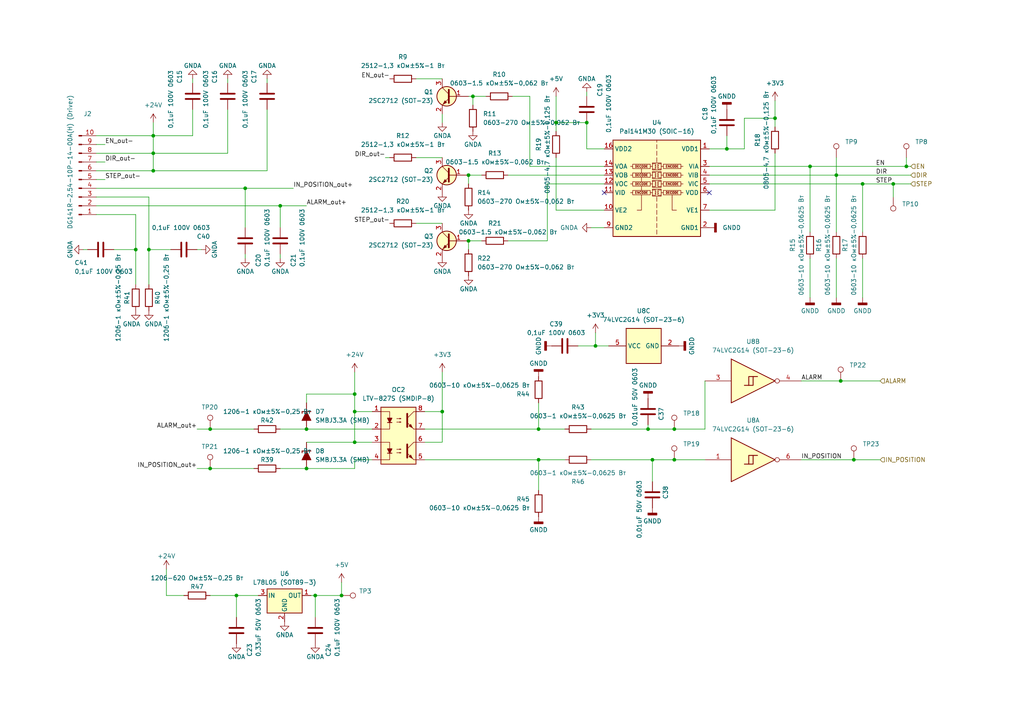
<source format=kicad_sch>
(kicad_sch (version 20231120) (generator "eeschema") (generator_version "8.0")
  (paper "A4")
  (lib_symbols
    (symbol "74xGxx:74LVC2G14"
      (property "Reference" "U" (at 0 7.62 0))
      (property "Value" "74LVC2G14" (at 2.54 -7.62 0))
      (symbol "74LVC2G14_1_1"
        (pin input line (at -15.24 0 0) (length 7.62) (name "~") (number "1"))
        (pin output inverted (at 12.7 0 180) (length 7.62) (name "~") (number "6"))
      )
      (symbol "74LVC2G14_2_1"
        (pin input line (at -15.24 0 0) (length 7.62) (name "~") (number "3"))
        (pin output inverted (at 12.7 0 180) (length 7.62) (name "~") (number "4"))
      )
      (symbol "74LVC2G14_3_1"
        (pin power_in line (at 0 -10.16 90) (length 5.08) (name "GND") (number "2"))
        (pin power_in line (at 0 10.16 270) (length 5.08) (name "VCC") (number "5"))
      )
    )
    (symbol "Connector:Conn_01x10_Pin" (pin_names (offset 1.016) hide)
      (property "Reference" "J" (at 0 12.7 0))
      (property "Value" "Conn_01x10_Pin" (at 0 -15.24 0))
      (symbol "Conn_01x10_Pin_1_1"
        (pin passive line (at 5.08 10.16 180) (length 3.81) (name "Pin_1") (number "1"))
        (pin passive line (at 5.08 -12.7 180) (length 3.81) (name "Pin_10") (number "10"))
        (pin passive line (at 5.08 7.62 180) (length 3.81) (name "Pin_2") (number "2"))
        (pin passive line (at 5.08 5.08 180) (length 3.81) (name "Pin_3") (number "3"))
        (pin passive line (at 5.08 2.54 180) (length 3.81) (name "Pin_4") (number "4"))
        (pin passive line (at 5.08 0 180) (length 3.81) (name "Pin_5") (number "5"))
        (pin passive line (at 5.08 -2.54 180) (length 3.81) (name "Pin_6") (number "6"))
        (pin passive line (at 5.08 -5.08 180) (length 3.81) (name "Pin_7") (number "7"))
        (pin passive line (at 5.08 -7.62 180) (length 3.81) (name "Pin_8") (number "8"))
        (pin passive line (at 5.08 -10.16 180) (length 3.81) (name "Pin_9") (number "9"))
      )
    )
    (symbol "Connector:TestPoint" (pin_numbers hide) (pin_names (offset 0.762) hide)
      (property "Reference" "TP" (at 0 6.858 0))
      (property "Value" "TestPoint" (at 0 5.08 0))
      (symbol "TestPoint_1_1"
        (pin passive line (at 0 0 90) (length 2.54) (name "1") (number "1"))
      )
    )
    (symbol "Device:C" (pin_numbers hide) (pin_names (offset 0.254))
      (property "Reference" "C" (at 0.635 2.54 0))
      (property "Value" "C" (at 0.635 -2.54 0))
      (symbol "C_1_1"
        (pin passive line (at 0 3.81 270) (length 2.794) (name "~") (number "1"))
        (pin passive line (at 0 -3.81 90) (length 2.794) (name "~") (number "2"))
      )
    )
    (symbol "Device:R" (pin_numbers hide) (pin_names (offset 0))
      (property "Reference" "R" (at 2.032 0 90))
      (property "Value" "R" (at 0 0 90))
      (symbol "R_1_1"
        (pin passive line (at 0 3.81 270) (length 1.27) (name "~") (number "1"))
        (pin passive line (at 0 -3.81 90) (length 1.27) (name "~") (number "2"))
      )
    )
    (symbol "Isolator:π141M3x"
      (property "Reference" "U" (at 0 19.05 0))
      (property "Value" "π141M3x" (at 0 16.51 0))
      (symbol "π141M3x_0_0"
        (text "DECODE" (at -4.445 0 0) (effects (font (size 0.635 0.635))))
        (text "DECODE" (at 4.445 2.54 0) (effects (font (size 0.635 0.635))))
        (text "DECODE" (at 4.445 5.08 0) (effects (font (size 0.635 0.635))))
        (text "DECODE" (at 4.445 7.62 0) (effects (font (size 0.635 0.635))))
        (text "ENCODE" (at -4.445 2.54 0) (effects (font (size 0.635 0.635))))
        (text "ENCODE" (at -4.445 5.08 0) (effects (font (size 0.635 0.635))))
        (text "ENCODE" (at -4.445 7.62 0) (effects (font (size 0.635 0.635))))
        (text "ENCODE" (at 4.445 0 0) (effects (font (size 0.635 0.635))))
      )
      (symbol "π141M3x_1_1"
        (pin power_in line (at -15.24 12.7 0) (length 2.54) (name "VDD1") (number "1"))
        (pin input line (at 15.24 -5.08 180) (length 2.54) (name "VE2") (number "10"))
        (pin input line (at 15.24 0 180) (length 2.54) (name "VID") (number "11"))
        (pin output line (at 15.24 2.54 180) (length 2.54) (name "VOC") (number "12"))
        (pin output line (at 15.24 5.08 180) (length 2.54) (name "VOB") (number "13"))
        (pin output line (at 15.24 7.62 180) (length 2.54) (name "VOA") (number "14"))
        (pin passive line (at 15.24 -10.16 180) (length 2.54) hide (name "GND2") (number "15"))
        (pin power_in line (at 15.24 12.7 180) (length 2.54) (name "VDD2") (number "16"))
        (pin power_in line (at -15.24 -10.16 0) (length 2.54) (name "GND1") (number "2"))
        (pin input line (at -15.24 7.62 0) (length 2.54) (name "VIA") (number "3"))
        (pin input line (at -15.24 5.08 0) (length 2.54) (name "VIB") (number "4"))
        (pin input line (at -15.24 2.54 0) (length 2.54) (name "VIC") (number "5"))
        (pin output line (at -15.24 0 0) (length 2.54) (name "VOD") (number "6"))
        (pin input line (at -15.24 -5.08 0) (length 2.54) (name "VE1") (number "7"))
        (pin passive line (at -15.24 -10.16 0) (length 2.54) hide (name "GND1") (number "8"))
        (pin power_in line (at 15.24 -10.16 180) (length 2.54) (name "GND2") (number "9"))
      )
    )
    (symbol "PCM_4ms_Power-symbol:+5V" (power) (pin_numbers hide) (pin_names (offset 0) hide)
      (property "Value" "+5V" (at 0 3.556 0))
      (symbol "+5V_1_1"
        (pin power_in line (at 0 0 90) (length 0) hide (name "+5V") (number "1"))
      )
    )
    (symbol "PCM_4ms_Power-symbol:GNDA" (power) (pin_numbers hide) (pin_names (offset 0) hide)
      (property "Value" "GNDA" (at 0 -3.81 0))
      (symbol "GNDA_1_1"
        (pin power_in line (at 0 0 270) (length 0) hide (name "GNDA") (number "1"))
      )
    )
    (symbol "PCM_Diode_TVS_AKL:SMBJ5.0A" (pin_numbers hide) (pin_names (offset 1.016) hide)
      (property "Reference" "D" (at 0 5.08 0))
      (property "Value" "SMBJ5.0A" (at 0 2.54 0))
      (symbol "SMBJ5.0A_1_1"
        (pin passive line (at 3.81 0 180) (length 2.54) (name "K") (number "1"))
        (pin passive line (at -3.81 0 0) (length 2.54) (name "A") (number "2"))
      )
    )
    (symbol "PCM_Optocoupler_AKL:LTV-827S" (pin_names (offset 1.016))
      (property "Reference" "OC" (at -5.08 8.89 0))
      (property "Value" "LTV-827S" (at -5.08 6.35 0))
      (symbol "LTV-827S_1_1"
        (pin passive line (at -7.62 2.54 0) (length 2.54) (name "~") (number "1"))
        (pin passive line (at -7.62 -2.54 0) (length 2.54) (name "~") (number "2"))
        (pin passive line (at -7.62 -6.35 0) (length 2.54) (name "~") (number "3"))
        (pin passive line (at -7.62 -11.43 0) (length 2.54) (name "~") (number "4"))
        (pin passive line (at 7.62 -11.43 180) (length 2.54) (name "~") (number "5"))
        (pin passive line (at 7.62 -6.35 180) (length 2.54) (name "~") (number "6"))
        (pin passive line (at 7.62 -2.54 180) (length 2.54) (name "~") (number "7"))
        (pin passive line (at 7.62 2.54 180) (length 2.54) (name "~") (number "8"))
      )
    )
    (symbol "PCM_Transistor_BJT_AKL:2SC2713" (pin_names hide)
      (property "Reference" "Q" (at 5.08 1.27 0))
      (property "Value" "2SC2713" (at 5.08 -1.27 0))
      (symbol "2SC2713_1_1"
        (pin input line (at -5.08 0 0) (length 5.715) (name "B") (number "1"))
        (pin passive line (at 2.54 -5.08 90) (length 2.54) (name "E") (number "2"))
        (pin passive line (at 2.54 5.08 270) (length 2.54) (name "C") (number "3"))
      )
    )
    (symbol "Regulator_Linear:L78L05_SOT89" (pin_names (offset 0.254))
      (property "Reference" "U" (at -3.81 3.175 0))
      (property "Value" "L78L05_SOT89" (at -0.635 3.175 0))
      (symbol "L78L05_SOT89_1_1"
        (pin power_out line (at 7.62 0 180) (length 2.54) (name "OUT") (number "1"))
        (pin power_in line (at 0 -7.62 90) (length 2.54) (name "GND") (number "2"))
        (pin power_in line (at -7.62 0 0) (length 2.54) (name "IN") (number "3"))
      )
    )
    (symbol "power:+24V" (power) (pin_numbers hide) (pin_names (offset 0) hide)
      (property "Value" "+24V" (at 0 3.556 0))
      (symbol "+24V_1_1"
        (pin power_in line (at 0 0 90) (length 0) hide (name "+24V") (number "1"))
      )
    )
    (symbol "power:+3V3" (power) (pin_numbers hide) (pin_names (offset 0) hide)
      (property "Value" "+3V3" (at 0 3.556 0))
      (symbol "+3V3_1_1"
        (pin power_in line (at 0 0 90) (length 0) hide (name "+3V3") (number "1"))
      )
    )
    (symbol "power:GNDD" (power) (pin_numbers hide) (pin_names (offset 0) hide)
      (property "Value" "GNDD" (at 0 -3.175 0))
      (symbol "GNDD_1_1"
        (pin power_in line (at 0 0 270) (length 0) hide (name "GNDD") (number "1"))
      )
    )
  )
  (junction (at 250.19 53.34))
  (junction (at 189.23 133.35))
  (junction (at 259.08 53.34))
  (junction (at 262.89 48.26))
  (junction (at 242.57 50.8))
  (junction (at 39.37 72.39))
  (junction (at 68.58 172.72))
  (junction (at 44.45 44.45))
  (junction (at 135.89 69.85))
  (junction (at 137.16 27.94))
  (junction (at 102.87 128.27))
  (junction (at 102.87 114.3))
  (junction (at 156.21 133.35))
  (junction (at 128.27 119.38))
  (junction (at 91.44 172.72))
  (junction (at 195.58 124.46))
  (junction (at 88.9 124.46))
  (junction (at 187.96 124.46))
  (junction (at 43.18 72.39))
  (junction (at 71.12 54.61))
  (junction (at 44.45 49.53))
  (junction (at 234.95 48.26))
  (junction (at 224.79 34.29))
  (junction (at 81.28 59.69))
  (junction (at 243.84 110.49))
  (junction (at 172.72 100.33))
  (junction (at 44.45 39.37))
  (junction (at 247.65 133.35))
  (junction (at 102.87 119.38))
  (junction (at 156.21 124.46))
  (junction (at 60.96 124.46))
  (junction (at 195.58 133.35))
  (junction (at 161.29 35.56))
  (junction (at 88.9 135.89))
  (junction (at 170.18 35.56))
  (junction (at 99.06 172.72))
  (junction (at 60.96 135.89))
  (junction (at 135.89 50.8))
  (junction (at 210.82 43.18))
  (no_connect (at 205.74 55.88))
  (no_connect (at 175.26 55.88))
  (wire (pts (xy 147.32 50.8) (xy 175.26 50.8)))
  (wire (pts (xy 153.67 27.94) (xy 148.59 27.94)))
  (wire (pts (xy 242.57 86.36) (xy 242.57 74.93)))
  (wire (pts (xy 205.74 48.26) (xy 234.95 48.26)))
  (wire (pts (xy 88.9 128.27) (xy 102.87 128.27)))
  (wire (pts (xy 210.82 43.18) (xy 210.82 39.37)))
  (wire (pts (xy 139.7 50.8) (xy 135.89 50.8)))
  (wire (pts (xy 44.45 39.37) (xy 44.45 44.45)))
  (wire (pts (xy 264.16 53.34) (xy 259.08 53.34)))
  (wire (pts (xy 24.13 72.39) (xy 25.4 72.39)))
  (wire (pts (xy 170.18 43.18) (xy 175.26 43.18)))
  (wire (pts (xy 81.28 74.93) (xy 81.28 73.66)))
  (wire (pts (xy 91.44 179.07) (xy 91.44 172.72)))
  (wire (pts (xy 91.44 172.72) (xy 99.06 172.72)))
  (wire (pts (xy 43.18 57.15) (xy 43.18 72.39)))
  (wire (pts (xy 99.06 172.72) (xy 99.06 168.91)))
  (wire (pts (xy 175.26 53.34) (xy 158.75 53.34)))
  (wire (pts (xy 156.21 116.84) (xy 156.21 124.46)))
  (wire (pts (xy 215.9 43.18) (xy 215.9 34.29)))
  (wire (pts (xy 205.74 50.8) (xy 242.57 50.8)))
  (wire (pts (xy 170.18 26.67) (xy 170.18 27.94)))
  (wire (pts (xy 205.74 43.18) (xy 210.82 43.18)))
  (wire (pts (xy 81.28 124.46) (xy 88.9 124.46)))
  (wire (pts (xy 39.37 62.23) (xy 39.37 72.39)))
  (wire (pts (xy 44.45 44.45) (xy 44.45 49.53)))
  (wire (pts (xy 171.45 133.35) (xy 189.23 133.35)))
  (wire (pts (xy 102.87 114.3) (xy 102.87 119.38)))
  (wire (pts (xy 88.9 114.3) (xy 102.87 114.3)))
  (wire (pts (xy 242.57 50.8) (xy 264.16 50.8)))
  (wire (pts (xy 204.47 110.49) (xy 204.47 124.46)))
  (wire (pts (xy 247.65 133.35) (xy 255.27 133.35)))
  (wire (pts (xy 234.95 86.36) (xy 234.95 74.93)))
  (wire (pts (xy 120.65 22.86) (xy 128.27 22.86)))
  (wire (pts (xy 81.28 59.69) (xy 27.94 59.69)))
  (wire (pts (xy 128.27 33.02) (xy 128.27 35.56)))
  (wire (pts (xy 172.72 96.52) (xy 172.72 100.33)))
  (wire (pts (xy 171.45 66.04) (xy 175.26 66.04)))
  (wire (pts (xy 171.45 124.46) (xy 187.96 124.46)))
  (wire (pts (xy 27.94 44.45) (xy 44.45 44.45)))
  (wire (pts (xy 170.18 43.18) (xy 170.18 35.56)))
  (wire (pts (xy 27.94 57.15) (xy 43.18 57.15)))
  (wire (pts (xy 161.29 35.56) (xy 161.29 27.94)))
  (wire (pts (xy 156.21 133.35) (xy 163.83 133.35)))
  (wire (pts (xy 161.29 38.1) (xy 161.29 35.56)))
  (wire (pts (xy 232.41 133.35) (xy 247.65 133.35)))
  (wire (pts (xy 43.18 72.39) (xy 43.18 82.55)))
  (wire (pts (xy 102.87 107.95) (xy 102.87 114.3)))
  (wire (pts (xy 102.87 133.35) (xy 107.95 133.35)))
  (wire (pts (xy 81.28 59.69) (xy 81.28 66.04)))
  (wire (pts (xy 250.19 53.34) (xy 259.08 53.34)))
  (wire (pts (xy 264.16 48.26) (xy 262.89 48.26)))
  (wire (pts (xy 215.9 34.29) (xy 224.79 34.29)))
  (wire (pts (xy 234.95 48.26) (xy 262.89 48.26)))
  (wire (pts (xy 71.12 74.93) (xy 71.12 73.66)))
  (wire (pts (xy 55.88 39.37) (xy 44.45 39.37)))
  (wire (pts (xy 27.94 62.23) (xy 39.37 62.23)))
  (wire (pts (xy 66.04 22.86) (xy 66.04 24.13)))
  (wire (pts (xy 74.93 172.72) (xy 68.58 172.72)))
  (wire (pts (xy 161.29 60.96) (xy 161.29 45.72)))
  (wire (pts (xy 68.58 172.72) (xy 68.58 179.07)))
  (wire (pts (xy 90.17 172.72) (xy 91.44 172.72)))
  (wire (pts (xy 189.23 133.35) (xy 195.58 133.35)))
  (wire (pts (xy 58.42 72.39) (xy 57.15 72.39)))
  (wire (pts (xy 128.27 119.38) (xy 128.27 107.95)))
  (wire (pts (xy 77.47 49.53) (xy 44.45 49.53)))
  (wire (pts (xy 224.79 44.45) (xy 224.79 60.96)))
  (wire (pts (xy 224.79 29.21) (xy 224.79 34.29)))
  (wire (pts (xy 172.72 100.33) (xy 176.53 100.33)))
  (wire (pts (xy 135.89 27.94) (xy 137.16 27.94)))
  (wire (pts (xy 120.65 64.77) (xy 128.27 64.77)))
  (wire (pts (xy 234.95 48.26) (xy 234.95 67.31)))
  (wire (pts (xy 242.57 45.72) (xy 242.57 50.8)))
  (wire (pts (xy 111.76 45.72) (xy 113.03 45.72)))
  (wire (pts (xy 77.47 22.86) (xy 77.47 24.13)))
  (wire (pts (xy 158.75 69.85) (xy 147.32 69.85)))
  (wire (pts (xy 107.95 119.38) (xy 102.87 119.38)))
  (wire (pts (xy 167.64 100.33) (xy 172.72 100.33)))
  (wire (pts (xy 43.18 72.39) (xy 49.53 72.39)))
  (wire (pts (xy 232.41 110.49) (xy 243.84 110.49)))
  (wire (pts (xy 161.29 35.56) (xy 170.18 35.56)))
  (wire (pts (xy 123.19 119.38) (xy 128.27 119.38)))
  (wire (pts (xy 120.65 45.72) (xy 128.27 45.72)))
  (wire (pts (xy 27.94 39.37) (xy 44.45 39.37)))
  (wire (pts (xy 53.34 172.72) (xy 48.26 172.72)))
  (wire (pts (xy 204.47 124.46) (xy 195.58 124.46)))
  (wire (pts (xy 88.9 124.46) (xy 107.95 124.46)))
  (wire (pts (xy 60.96 124.46) (xy 73.66 124.46)))
  (wire (pts (xy 139.7 69.85) (xy 135.89 69.85)))
  (wire (pts (xy 44.45 35.56) (xy 44.45 39.37)))
  (wire (pts (xy 259.08 57.15) (xy 259.08 53.34)))
  (wire (pts (xy 107.95 128.27) (xy 102.87 128.27)))
  (wire (pts (xy 39.37 72.39) (xy 39.37 82.55)))
  (wire (pts (xy 55.88 31.75) (xy 55.88 39.37)))
  (wire (pts (xy 60.96 135.89) (xy 73.66 135.89)))
  (wire (pts (xy 195.58 133.35) (xy 204.47 133.35)))
  (wire (pts (xy 33.02 72.39) (xy 39.37 72.39)))
  (wire (pts (xy 224.79 36.83) (xy 224.79 34.29)))
  (wire (pts (xy 153.67 48.26) (xy 153.67 27.94)))
  (wire (pts (xy 71.12 54.61) (xy 71.12 66.04)))
  (wire (pts (xy 242.57 50.8) (xy 242.57 67.31)))
  (wire (pts (xy 137.16 27.94) (xy 140.97 27.94)))
  (wire (pts (xy 123.19 124.46) (xy 156.21 124.46)))
  (wire (pts (xy 88.9 135.89) (xy 102.87 135.89)))
  (wire (pts (xy 128.27 128.27) (xy 128.27 119.38)))
  (wire (pts (xy 57.15 124.46) (xy 60.96 124.46)))
  (wire (pts (xy 210.82 43.18) (xy 215.9 43.18)))
  (wire (pts (xy 135.89 53.34) (xy 135.89 50.8)))
  (wire (pts (xy 161.29 60.96) (xy 175.26 60.96)))
  (wire (pts (xy 71.12 54.61) (xy 85.09 54.61)))
  (wire (pts (xy 88.9 59.69) (xy 81.28 59.69)))
  (wire (pts (xy 250.19 53.34) (xy 250.19 67.31)))
  (wire (pts (xy 66.04 44.45) (xy 44.45 44.45)))
  (wire (pts (xy 27.94 46.99) (xy 30.48 46.99)))
  (wire (pts (xy 250.19 86.36) (xy 250.19 74.93)))
  (wire (pts (xy 243.84 110.49) (xy 255.27 110.49)))
  (wire (pts (xy 102.87 135.89) (xy 102.87 133.35)))
  (wire (pts (xy 158.75 53.34) (xy 158.75 69.85)))
  (wire (pts (xy 55.88 22.86) (xy 55.88 24.13)))
  (wire (pts (xy 137.16 30.48) (xy 137.16 27.94)))
  (wire (pts (xy 135.89 72.39) (xy 135.89 69.85)))
  (wire (pts (xy 30.48 41.91) (xy 27.94 41.91)))
  (wire (pts (xy 156.21 142.24) (xy 156.21 133.35)))
  (wire (pts (xy 77.47 31.75) (xy 77.47 49.53)))
  (wire (pts (xy 175.26 48.26) (xy 153.67 48.26)))
  (wire (pts (xy 27.94 49.53) (xy 44.45 49.53)))
  (wire (pts (xy 68.58 172.72) (xy 60.96 172.72)))
  (wire (pts (xy 205.74 53.34) (xy 250.19 53.34)))
  (wire (pts (xy 88.9 116.84) (xy 88.9 114.3)))
  (wire (pts (xy 123.19 128.27) (xy 128.27 128.27)))
  (wire (pts (xy 66.04 31.75) (xy 66.04 44.45)))
  (wire (pts (xy 187.96 123.19) (xy 187.96 124.46)))
  (wire (pts (xy 102.87 128.27) (xy 102.87 119.38)))
  (wire (pts (xy 81.28 135.89) (xy 88.9 135.89)))
  (wire (pts (xy 123.19 133.35) (xy 156.21 133.35)))
  (wire (pts (xy 187.96 124.46) (xy 195.58 124.46)))
  (wire (pts (xy 189.23 133.35) (xy 189.23 139.7)))
  (wire (pts (xy 30.48 52.07) (xy 27.94 52.07)))
  (wire (pts (xy 48.26 172.72) (xy 48.26 165.1)))
  (wire (pts (xy 156.21 124.46) (xy 163.83 124.46)))
  (wire (pts (xy 57.15 135.89) (xy 60.96 135.89)))
  (wire (pts (xy 205.74 60.96) (xy 224.79 60.96)))
  (wire (pts (xy 262.89 48.26) (xy 262.89 45.72)))
  (wire (pts (xy 27.94 54.61) (xy 71.12 54.61)))
  (label "EN_out-" (at 30.48 41.91 0))
  (label "IN_POSITION" (at 232.41 133.35 0))
  (label "IN_POSITION_out+" (at 85.09 54.61 0))
  (label "DIR" (at 254 50.8 0))
  (label "ALARM_out+" (at 57.15 124.46 180))
  (label "ALARM_out+" (at 88.9 59.69 0))
  (label "EN_out-" (at 113.03 22.86 180))
  (label "DIR_out-" (at 111.76 45.72 180))
  (label "STEP_out-" (at 113.03 64.77 180))
  (label "EN" (at 254 48.26 0))
  (label "IN_POSITION_out+" (at 57.15 135.89 180))
  (label "DIR_out-" (at 30.48 46.99 0))
  (label "STEP_out-" (at 30.48 52.07 0))
  (label "STEP" (at 254 53.34 0))
  (label "ALARM" (at 232.41 110.49 0))
  (hierarchical_label "EN" (shape input) (at 264.16 48.26 0))
  (hierarchical_label "IN_POSITION" (shape input) (at 255.27 133.35 0))
  (hierarchical_label "DIR" (shape input) (at 264.16 50.8 0))
  (hierarchical_label "STEP" (shape input) (at 264.16 53.34 0))
  (hierarchical_label "ALARM" (shape input) (at 255.27 110.49 0))
  (symbol (lib_id "PCM_4ms_Power-symbol:GNDA") (at 128.27 55.88 0) (unit 1)
    (property "Reference" "#PWR031" (effects (hide yes)))
    (property "Value" "GNDA" (at 128.27 59.69 0))
    (instances (project "step_motor_board" (path "" (reference "#PWR031") (unit 1))) (project "Плата фото светодиоды" (path "" (reference "#PWR03") (unit 1))))
  )
  (symbol (lib_id "74xGxx:74LVC2G14") (at 219.71 133.35 0) (unit 1)
    (property "Reference" "U8" (at 218.44 121.92 0))
    (property "Value" "74LVC2G14 (SOT-23-6)" (at 218.44 124.46 0))
    (property "Footprint" "Package_TO_SOT_SMD:SOT-23-6" (effects (hide yes)))
    (property "Datasheet" "https://www.ti.com/lit/ds/symlink/sn74lvc2g14.pdf" (effects (hide yes)))
  )
  (symbol (lib_id "Connector:TestPoint") (at 242.57 45.72 0) (unit 1) (in_bom no)
    (property "Reference" "TP9" (at 245.11 41.148 0) (effects (justify left)))
    (property "Value" "TestPoint" (effects (hide yes)))
    (property "Footprint" "TestPoint:TestPoint_Pad_D1.0mm" (effects (hide yes)))
  )
  (symbol (lib_id "Device:R") (at 234.95 71.12 180) (unit 1)
    (property "Reference" "R15" (at 229.87 71.12 90))
    (property "Value" "0603-10 кОм±5%-0,0625 Вт" (at 232.41 71.12 90))
    (property "Footprint" "Resistor_SMD:R_0603_1608Metric" (effects (hide yes)))
  )
  (symbol (lib_id "power:GNDD") (at 156.21 109.22 180) (unit 1)
    (property "Reference" "#PWR092" (effects (hide yes)))
    (property "Value" "GNDD" (at 156.21 105.41 0))
  )
  (symbol (lib_id "Device:R") (at 161.29 41.91 0) (mirror y) (unit 1)
    (property "Reference" "R19" (at 156.21 41.91 90))
    (property "Value" "0805-4,7 кОм±5%-0,125 Вт" (at 158.75 41.91 90))
    (property "Footprint" "Resistor_SMD:R_0805_2012Metric" (effects (hide yes)))
  )
  (symbol (lib_id "power:GNDD") (at 196.85 100.33 90) (unit 1)
    (property "Reference" "#PWR097" (effects (hide yes)))
    (property "Value" "GNDD" (at 200.66 100.33 0))
  )
  (symbol (lib_id "Device:C") (at 68.58 182.88 0) (unit 1)
    (property "Reference" "C23" (at 72.39 190.5 90) (effects (justify left)))
    (property "Value" "0,33uF 50V 0603" (at 74.93 190.5 90) (effects (justify left)))
    (property "Footprint" "Capacitor_SMD:C_0603_1608Metric" (effects (hide yes)))
  )
  (symbol (lib_id "Device:C") (at 170.18 31.75 0) (mirror x) (unit 1)
    (property "Reference" "C19" (at 173.99 24.13 90) (effects (justify left)))
    (property "Value" "0,1uF 100V 0603" (at 176.53 21.59 90) (effects (justify left)))
    (property "Footprint" "Capacitor_SMD:C_0603_1608Metric" (effects (hide yes)))
  )
  (symbol (lib_id "PCM_Optocoupler_AKL:LTV-827S") (at 115.57 121.92 0) (unit 1)
    (property "Reference" "OC2" (at 115.57 113.03 0))
    (property "Value" "LTV-827S (SMDIP-8)" (at 115.57 115.57 0))
    (property "Footprint" "Package_DIP:SMDIP-8_W9.53mm" (effects (hide yes)))
    (property "Datasheet" "https://www.tme.eu/Document/a61fa6281e0999c0269f179efa854202/LTV-817S-TA1.pdf" (effects (hide yes)))
  )
  (symbol (lib_id "PCM_4ms_Power-symbol:GNDA") (at 55.88 22.86 180) (unit 1)
    (property "Reference" "#PWR023" (effects (hide yes)))
    (property "Value" "GNDA" (at 55.88 19.05 0))
    (instances (project "step_motor_board" (path "" (reference "#PWR023") (unit 1))) (project "Плата фото светодиоды" (path "" (reference "#PWR03") (unit 1))))
  )
  (symbol (lib_id "Device:R") (at 224.79 40.64 0) (mirror y) (unit 1)
    (property "Reference" "R18" (at 219.71 40.64 90))
    (property "Value" "0805-4,7 кОм±5%-0,125 Вт" (at 222.25 40.64 90))
    (property "Footprint" "Resistor_SMD:R_0805_2012Metric" (effects (hide yes)))
  )
  (symbol (lib_id "PCM_Diode_TVS_AKL:SMBJ5.0A") (at 88.9 120.65 90) (unit 1)
    (property "Reference" "D7" (at 91.44 119.38 90) (effects (justify right)))
    (property "Value" "SMBJ3.3A (SMB)" (at 91.44 121.92 90) (effects (justify right)))
    (property "Footprint" "Diode_SMD:D_SMB" (effects (hide yes)))
    (property "Datasheet" "https://www.tme.eu/Document/0b6222bec7e12d83185b51d73cb6a54d/SMBJ_ser.pdf" (effects (hide yes)))
  )
  (symbol (lib_id "power:+3V3") (at 128.27 107.95 0) (unit 1)
    (property "Reference" "#PWR090" (effects (hide yes)))
    (property "Value" "+3V3" (at 128.27 102.87 0))
  )
  (symbol (lib_id "Device:C") (at 53.34 72.39 90) (unit 1)
    (property "Reference" "C40" (at 60.96 68.58 90) (effects (justify left)))
    (property "Value" "0,1uF 100V 0603" (at 60.96 66.04 90) (effects (justify left)))
    (property "Footprint" "Capacitor_SMD:C_0603_1608Metric" (effects (hide yes)))
  )
  (symbol (lib_id "power:+24V") (at 48.26 165.1 0) (unit 1)
    (property "Reference" "#PWR059" (effects (hide yes)))
    (property "Value" "+24V" (at 48.26 161.29 0))
  )
  (symbol (lib_id "Device:R") (at 242.57 71.12 180) (unit 1)
    (property "Reference" "R16" (at 237.49 71.12 90))
    (property "Value" "0603-10 кОм±5%-0,0625 Вт" (at 240.03 71.12 90))
    (property "Footprint" "Resistor_SMD:R_0603_1608Metric" (effects (hide yes)))
  )
  (symbol (lib_id "power:GNDD") (at 187.96 115.57 180) (unit 1)
    (property "Reference" "#PWR091" (effects (hide yes)))
    (property "Value" "GNDD" (at 187.96 111.76 0))
  )
  (symbol (lib_id "74xGxx:74LVC2G14") (at 219.71 110.49 0) (unit 2)
    (property "Reference" "U8" (at 218.44 99.06 0))
    (property "Value" "74LVC2G14 (SOT-23-6)" (at 218.44 101.6 0))
    (property "Footprint" "Package_TO_SOT_SMD:SOT-23-6" (effects (hide yes)))
    (property "Datasheet" "https://www.ti.com/lit/ds/symlink/sn74lvc2g14.pdf" (effects (hide yes)))
  )
  (symbol (lib_id "Connector:TestPoint") (at 195.58 124.46 0) (unit 1) (in_bom no)
    (property "Reference" "TP18" (at 198.12 119.888 0) (effects (justify left)))
    (property "Value" "TestPoint" (effects (hide yes)))
    (property "Footprint" "TestPoint:TestPoint_Pad_D1.0mm" (effects (hide yes)))
  )
  (symbol (lib_id "Device:R") (at 143.51 50.8 90) (unit 1)
    (property "Reference" "R13" (at 143.51 44.45 90))
    (property "Value" "0603-1.5 кОм±5%-0,062 Вт" (at 143.51 46.99 90))
    (property "Footprint" "Resistor_SMD:R_0603_1608Metric" (effects (hide yes)))
  )
  (symbol (lib_id "Device:R") (at 77.47 124.46 270) (unit 1)
    (property "Reference" "R42" (at 77.47 121.92 90))
    (property "Value" "1206-1 кОм±5%-0,25 Вт" (at 77.47 119.38 90))
    (property "Footprint" "Resistor_SMD:R_1206_3216Metric" (effects (hide yes)))
  )
  (symbol (lib_id "PCM_Diode_TVS_AKL:SMBJ5.0A") (at 88.9 132.08 90) (unit 1)
    (property "Reference" "D8" (at 91.44 130.81 90) (effects (justify right)))
    (property "Value" "SMBJ3.3A (SMB)" (at 91.44 133.35 90) (effects (justify right)))
    (property "Footprint" "Diode_SMD:D_SMB" (effects (hide yes)))
    (property "Datasheet" "https://www.tme.eu/Document/0b6222bec7e12d83185b51d73cb6a54d/SMBJ_ser.pdf" (effects (hide yes)))
  )
  (symbol (lib_id "PCM_4ms_Power-symbol:GNDA") (at 82.55 180.34 0) (unit 1)
    (property "Reference" "#PWR063" (effects (hide yes)))
    (property "Value" "GNDA" (at 82.55 184.15 0))
    (instances (project "step_motor_board" (path "" (reference "#PWR063") (unit 1))) (project "Плата фото светодиоды" (path "" (reference "#PWR03") (unit 1))))
  )
  (symbol (lib_id "Device:R") (at 156.21 146.05 0) (mirror y) (unit 1)
    (property "Reference" "R45" (at 153.67 144.78 0) (effects (justify left)))
    (property "Value" "0603-10 кОм±5%-0,0625 Вт" (at 153.67 147.32 0) (effects (justify left)))
    (property "Footprint" "Resistor_SMD:R_0603_1608Metric" (effects (hide yes)))
  )
  (symbol (lib_id "Device:C") (at 66.04 27.94 180) (unit 1)
    (property "Reference" "C16" (at 62.23 20.32 90) (effects (justify left)))
    (property "Value" "0,1uF 100V 0603" (at 59.69 20.32 90) (effects (justify left)))
    (property "Footprint" "Capacitor_SMD:C_0603_1608Metric" (effects (hide yes)))
  )
  (symbol (lib_id "Device:C") (at 163.83 100.33 90) (unit 1)
    (property "Reference" "C39" (at 161.29 93.98 90))
    (property "Value" "0,1uF 100V 0603" (at 161.29 96.52 90))
    (property "Footprint" "Capacitor_SMD:C_0603_1608Metric" (effects (hide yes)))
  )
  (symbol (lib_id "power:GNDD") (at 189.23 147.32 0) (mirror y) (unit 1)
    (property "Reference" "#PWR093" (effects (hide yes)))
    (property "Value" "GNDD" (at 189.23 151.13 0))
  )
  (symbol (lib_id "Connector:TestPoint") (at 259.08 57.15 180) (unit 1) (in_bom no)
    (property "Reference" "TP10" (at 261.62 59.182 0) (effects (justify right)))
    (property "Value" "TestPoint" (effects (hide yes)))
    (property "Footprint" "TestPoint:TestPoint_Pad_D1.0mm" (effects (hide yes)))
  )
  (symbol (lib_id "PCM_4ms_Power-symbol:GNDA") (at 39.37 90.17 0) (unit 1)
    (property "Reference" "#PWR0101" (effects (hide yes)))
    (property "Value" "GNDA" (at 35.56 93.98 0) (effects (justify left)))
  )
  (symbol (lib_id "PCM_4ms_Power-symbol:+5V") (at 161.29 27.94 0) (mirror y) (unit 1)
    (property "Reference" "#PWR052" (effects (hide yes)))
    (property "Value" "+5V" (at 161.29 22.86 0))
  )
  (symbol (lib_id "Connector:TestPoint") (at 243.84 110.49 0) (unit 1) (in_bom no)
    (property "Reference" "TP22" (at 246.38 105.918 0) (effects (justify left)))
    (property "Value" "TestPoint" (effects (hide yes)))
    (property "Footprint" "TestPoint:TestPoint_Pad_D1.0mm" (effects (hide yes)))
  )
  (symbol (lib_id "PCM_4ms_Power-symbol:GNDA") (at 77.47 22.86 180) (unit 1)
    (property "Reference" "#PWR025" (effects (hide yes)))
    (property "Value" "GNDA" (at 77.47 19.05 0))
    (instances (project "step_motor_board" (path "" (reference "#PWR025") (unit 1))) (project "Плата фото светодиоды" (path "" (reference "#PWR03") (unit 1))))
  )
  (symbol (lib_id "power:GNDD") (at 160.02 100.33 270) (unit 1)
    (property "Reference" "#PWR098" (effects (hide yes)))
    (property "Value" "GNDD" (at 156.21 100.33 0))
  )
  (symbol (lib_id "Device:R") (at 167.64 133.35 90) (mirror x) (unit 1)
    (property "Reference" "R46" (at 167.64 139.7 90))
    (property "Value" "0603-1 кОм±5%-0,0625 Вт" (at 167.64 137.16 90))
    (property "Footprint" "Resistor_SMD:R_0603_1608Metric" (effects (hide yes)))
  )
  (symbol (lib_id "Connector:TestPoint") (at 99.06 172.72 270) (unit 1) (in_bom no)
    (property "Reference" "TP3" (at 104.14 171.45 90) (effects (justify left)))
    (property "Value" "TestPoint" (effects (hide yes)))
    (property "Footprint" "TestPoint:TestPoint_Pad_D1.0mm" (effects (hide yes)))
  )
  (symbol (lib_id "Device:C") (at 187.96 119.38 180) (unit 1)
    (property "Reference" "C37" (at 191.77 118.11 90) (effects (justify left)))
    (property "Value" "0,01uF 50V 0603" (at 184.15 106.68 90) (effects (justify left)))
    (property "Footprint" "Capacitor_SMD:C_0603_1608Metric" (effects (hide yes)))
  )
  (symbol (lib_id "Device:R") (at 39.37 86.36 0) (unit 1)
    (property "Reference" "R41" (at 36.83 86.36 90))
    (property "Value" "1206-1 кОм±5%-0,25 Вт" (at 34.29 86.36 90))
    (property "Footprint" "Resistor_SMD:R_1206_3216Metric" (effects (hide yes)))
  )
  (symbol (lib_id "74xGxx:74LVC2G14") (at 186.69 100.33 90) (unit 3)
    (property "Reference" "U8" (at 186.69 90.17 90))
    (property "Value" "74LVC2G14 (SOT-23-6)" (at 186.69 92.71 90))
    (property "Footprint" "Package_TO_SOT_SMD:SOT-23-6" (effects (hide yes)))
    (property "Datasheet" "https://www.ti.com/lit/ds/symlink/sn74lvc2g14.pdf" (effects (hide yes)))
  )
  (symbol (lib_id "Connector:Conn_01x10_Pin") (at 22.86 52.07 0) (mirror x) (unit 1)
    (property "Reference" "J2" (at 25.4 33.02 0))
    (property "Value" "DG141R-2.54-10P-14-00A(H) (Driver)" (at 20.32 46.99 90))
    (property "Footprint" "Connector:DG141R-10" (effects (hide yes)))
  )
  (symbol (lib_id "PCM_4ms_Power-symbol:GNDA") (at 91.44 186.69 0) (unit 1)
    (property "Reference" "#PWR068" (effects (hide yes)))
    (property "Value" "GNDA" (at 91.44 190.5 0))
    (instances (project "step_motor_board" (path "" (reference "#PWR068") (unit 1))) (project "Плата фото светодиоды" (path "" (reference "#PWR03") (unit 1))))
  )
  (symbol (lib_id "PCM_4ms_Power-symbol:GNDA") (at 128.27 35.56 0) (unit 1)
    (property "Reference" "#PWR026" (effects (hide yes)))
    (property "Value" "GNDA" (at 128.27 39.37 0))
    (instances (project "step_motor_board" (path "" (reference "#PWR026") (unit 1))) (project "Плата фото светодиоды" (path "" (reference "#PWR03") (unit 1))))
  )
  (symbol (lib_id "Connector:TestPoint") (at 262.89 45.72 0) (unit 1) (in_bom no)
    (property "Reference" "TP8" (at 265.43 41.148 0) (effects (justify left)))
    (property "Value" "TestPoint" (effects (hide yes)))
    (property "Footprint" "TestPoint:TestPoint_Pad_D1.0mm" (effects (hide yes)))
  )
  (symbol (lib_id "Device:R") (at 57.15 172.72 270) (unit 1)
    (property "Reference" "R47" (at 57.15 170.18 90))
    (property "Value" "1206-620 Ом±5%-0,25 Вт" (at 57.15 167.64 90))
    (property "Footprint" "Resistor_SMD:R_1206_3216Metric" (effects (hide yes)))
  )
  (symbol (lib_id "PCM_Transistor_BJT_AKL:2SC2713") (at 130.81 50.8 0) (mirror y) (unit 1)
    (property "Reference" "Q2" (at 125.73 49.53 0) (effects (justify left)))
    (property "Value" "2SC2712 (SOT-23)" (at 125.73 52.07 0) (effects (justify left)))
    (property "Footprint" "Package_TO_SOT_SMD:SOT-23" (effects (hide yes)))
    (property "Datasheet" "https://doc.platan.ru/pdf/datasheets/hottech/2SC2712.pdf" (effects (hide yes)))
  )
  (symbol (lib_id "Regulator_Linear:L78L05_SOT89") (at 82.55 172.72 0) (unit 1)
    (property "Reference" "U6" (at 82.55 166.37 0))
    (property "Value" "L78L05 (SOT89-3)" (at 82.55 168.91 0))
    (property "Footprint" "Package_TO_SOT_SMD:SOT-89-3" (effects (hide yes)))
    (property "Datasheet" "http://www.st.com/content/ccc/resource/technical/document/datasheet/15/55/e5/aa/23/5b/43/fd/CD00000446.pdf/files/CD00000446.pdf/jcr:content/translations/en.CD00000446.pdf" (effects (hide yes)))
  )
  (symbol (lib_id "PCM_4ms_Power-symbol:GNDA") (at 137.16 38.1 0) (unit 1)
    (property "Reference" "#PWR027" (effects (hide yes)))
    (property "Value" "GNDA" (at 137.16 41.91 0))
    (instances (project "step_motor_board" (path "" (reference "#PWR027") (unit 1))) (project "Плата фото светодиоды" (path "" (reference "#PWR03") (unit 1))))
  )
  (symbol (lib_id "power:GNDD") (at 156.21 149.86 0) (mirror y) (unit 1)
    (property "Reference" "#PWR094" (effects (hide yes)))
    (property "Value" "GNDD" (at 156.21 153.67 0))
  )
  (symbol (lib_id "PCM_4ms_Power-symbol:GNDA") (at 171.45 66.04 270) (unit 1)
    (property "Reference" "#PWR032" (effects (hide yes)))
    (property "Value" "GNDA" (at 167.64 66.04 90) (effects (justify right)))
  )
  (symbol (lib_id "Isolator:π141M3x") (at 190.5 55.88 0) (mirror y) (unit 1)
    (property "Reference" "U4" (at 190.5 35.56 0))
    (property "Value" "Pai141M30 (SOIC-16)" (at 190.5 38.1 0))
    (property "Footprint" "Package_SO:SOIC-16_3.9x9.9mm_P1.27mm" (effects (hide yes)))
    (property "Datasheet" "https://wmsc.lcsc.com/wmsc/upload/file/pdf/v2/lcsc/2001082007_2Pai-Semi--141M30_C471604.pdf" (effects (hide yes)))
  )
  (symbol (lib_id "PCM_4ms_Power-symbol:GNDA") (at 43.18 90.17 0) (unit 1)
    (property "Reference" "#PWR055" (effects (hide yes)))
    (property "Value" "GNDA" (at 41.91 93.98 0) (effects (justify left)))
  )
  (symbol (lib_id "PCM_4ms_Power-symbol:GNDA") (at 66.04 22.86 180) (unit 1)
    (property "Reference" "#PWR024" (effects (hide yes)))
    (property "Value" "GNDA" (at 66.04 19.05 0))
    (instances (project "step_motor_board" (path "" (reference "#PWR024") (unit 1))) (project "Плата фото светодиоды" (path "" (reference "#PWR03") (unit 1))))
  )
  (symbol (lib_id "Device:R") (at 143.51 69.85 90) (unit 1)
    (property "Reference" "R21" (at 143.51 64.77 90))
    (property "Value" "0603-1.5 кОм±5%-0,062 Вт" (at 147.32 67.31 90))
    (property "Footprint" "Resistor_SMD:R_0603_1608Metric" (effects (hide yes)))
  )
  (symbol (lib_id "PCM_4ms_Power-symbol:GNDA") (at 58.42 72.39 90) (unit 1)
    (property "Reference" "#PWR099" (effects (hide yes)))
    (property "Value" "GNDA" (at 62.23 72.39 0))
    (instances (project "step_motor_board" (path "" (reference "#PWR099") (unit 1))) (project "Плата фото светодиоды" (path "" (reference "#PWR03") (unit 1))))
  )
  (symbol (lib_id "power:+24V") (at 44.45 35.56 0) (unit 1)
    (property "Reference" "#PWR030" (effects (hide yes)))
    (property "Value" "+24V" (at 44.45 30.48 0))
  )
  (symbol (lib_id "PCM_4ms_Power-symbol:GNDA") (at 135.89 60.96 0) (unit 1)
    (property "Reference" "#PWR035" (effects (hide yes)))
    (property "Value" "GNDA" (at 135.89 64.77 0))
    (instances (project "step_motor_board" (path "" (reference "#PWR035") (unit 1))) (project "Плата фото светодиоды" (path "" (reference "#PWR03") (unit 1))))
  )
  (symbol (lib_id "Device:R") (at 77.47 135.89 270) (unit 1)
    (property "Reference" "R39" (at 77.47 133.35 90))
    (property "Value" "1206-1 кОм±5%-0,25 Вт" (at 77.47 130.81 90))
    (property "Footprint" "Resistor_SMD:R_1206_3216Metric" (effects (hide yes)))
  )
  (symbol (lib_id "PCM_4ms_Power-symbol:GNDA") (at 128.27 74.93 0) (unit 1)
    (property "Reference" "#PWR053" (effects (hide yes)))
    (property "Value" "GNDA" (at 128.27 78.74 0))
    (instances (project "step_motor_board" (path "" (reference "#PWR053") (unit 1))) (project "Плата фото светодиоды" (path "" (reference "#PWR03") (unit 1))))
  )
  (symbol (lib_id "PCM_4ms_Power-symbol:GNDA") (at 81.28 74.93 0) (unit 1)
    (property "Reference" "#PWR058" (effects (hide yes)))
    (property "Value" "GNDA" (at 81.28 78.74 0))
    (instances (project "step_motor_board" (path "" (reference "#PWR058") (unit 1))) (project "Плата фото светодиоды" (path "" (reference "#PWR03") (unit 1))))
  )
  (symbol (lib_id "power:+3V3") (at 172.72 96.52 0) (unit 1)
    (property "Reference" "#PWR096" (effects (hide yes)))
    (property "Value" "+3V3" (at 172.72 91.44 0))
  )
  (symbol (lib_id "Device:R") (at 116.84 22.86 90) (unit 1)
    (property "Reference" "R9" (at 116.84 16.51 90))
    (property "Value" "2512-1,3 кОм±5%-1 Вт" (at 116.84 19.05 90))
    (property "Footprint" "Resistor_SMD:R_2512_6332Metric" (effects (hide yes)))
  )
  (symbol (lib_id "PCM_4ms_Power-symbol:GNDA") (at 24.13 72.39 270) (unit 1)
    (property "Reference" "#PWR0100" (effects (hide yes)))
    (property "Value" "GNDA" (at 20.32 72.39 0))
    (instances (project "step_motor_board" (path "" (reference "#PWR0100") (unit 1))) (project "Плата фото светодиоды" (path "" (reference "#PWR03") (unit 1))))
  )
  (symbol (lib_id "Device:C") (at 81.28 69.85 0) (unit 1)
    (property "Reference" "C21" (at 85.09 77.47 90) (effects (justify left)))
    (property "Value" "0,1uF 100V 0603" (at 87.63 77.47 90) (effects (justify left)))
    (property "Footprint" "Capacitor_SMD:C_0603_1608Metric" (effects (hide yes)))
  )
  (symbol (lib_id "Connector:TestPoint") (at 60.96 135.89 0) (unit 1) (in_bom no)
    (property "Reference" "TP21" (at 58.42 129.54 0) (effects (justify left)))
    (property "Value" "TestPoint" (effects (hide yes)))
    (property "Footprint" "TestPoint:TestPoint_Pad_D1.0mm" (effects (hide yes)))
  )
  (symbol (lib_id "Device:R") (at 135.89 57.15 180) (unit 1)
    (property "Reference" "R14" (at 138.43 55.88 0) (effects (justify right)))
    (property "Value" "0603-270 Ом±5%-0,062 Вт" (at 138.43 58.42 0) (effects (justify right)))
    (property "Footprint" "Resistor_SMD:R_0603_1608Metric" (effects (hide yes)))
  )
  (symbol (lib_id "Device:R") (at 156.21 113.03 180) (unit 1)
    (property "Reference" "R44" (at 153.67 114.3 0) (effects (justify left)))
    (property "Value" "0603-10 кОм±5%-0,0625 Вт" (at 153.67 111.76 0) (effects (justify left)))
    (property "Footprint" "Resistor_SMD:R_0603_1608Metric" (effects (hide yes)))
  )
  (symbol (lib_id "Device:R") (at 116.84 64.77 90) (unit 1)
    (property "Reference" "R20" (at 116.84 58.42 90))
    (property "Value" "2512-1,3 кОм±5%-1 Вт" (at 116.84 60.96 90))
    (property "Footprint" "Resistor_SMD:R_2512_6332Metric" (effects (hide yes)))
  )
  (symbol (lib_id "Device:R") (at 144.78 27.94 90) (unit 1)
    (property "Reference" "R10" (at 144.78 21.59 90))
    (property "Value" "0603-1.5 кОм±5%-0,062 Вт" (at 144.78 24.13 90))
    (property "Footprint" "Resistor_SMD:R_0603_1608Metric" (effects (hide yes)))
  )
  (symbol (lib_id "PCM_4ms_Power-symbol:GNDA") (at 135.89 80.01 0) (unit 1)
    (property "Reference" "#PWR056" (effects (hide yes)))
    (property "Value" "GNDA" (at 135.89 83.82 0))
    (instances (project "step_motor_board" (path "" (reference "#PWR056") (unit 1))) (project "Плата фото светодиоды" (path "" (reference "#PWR03") (unit 1))))
  )
  (symbol (lib_id "PCM_4ms_Power-symbol:+5V") (at 99.06 168.91 0) (unit 1)
    (property "Reference" "#PWR060" (effects (hide yes)))
    (property "Value" "+5V" (at 99.06 163.83 0))
  )
  (symbol (lib_id "Device:R") (at 116.84 45.72 90) (unit 1)
    (property "Reference" "R12" (at 116.84 39.37 90))
    (property "Value" "2512-1,3 кОм±5%-1 Вт" (at 116.84 41.91 90))
    (property "Footprint" "Resistor_SMD:R_2512_6332Metric" (effects (hide yes)))
  )
  (symbol (lib_id "Device:C") (at 55.88 27.94 180) (unit 1)
    (property "Reference" "C15" (at 52.07 20.32 90) (effects (justify left)))
    (property "Value" "0,1uF 100V 0603" (at 49.53 20.32 90) (effects (justify left)))
    (property "Footprint" "Capacitor_SMD:C_0603_1608Metric" (effects (hide yes)))
  )
  (symbol (lib_id "Device:R") (at 135.89 76.2 180) (unit 1)
    (property "Reference" "R22" (at 138.43 74.93 0) (effects (justify right)))
    (property "Value" "0603-270 Ом±5%-0,062 Вт" (at 138.43 77.47 0) (effects (justify right)))
    (property "Footprint" "Resistor_SMD:R_0603_1608Metric" (effects (hide yes)))
  )
  (symbol (lib_id "Device:C") (at 77.47 27.94 180) (unit 1)
    (property "Reference" "C17" (at 73.66 20.32 90) (effects (justify left)))
    (property "Value" "0,1uF 100V 0603" (at 71.12 20.32 90) (effects (justify left)))
    (property "Footprint" "Capacitor_SMD:C_0603_1608Metric" (effects (hide yes)))
  )
  (symbol (lib_id "Connector:TestPoint") (at 60.96 124.46 0) (unit 1) (in_bom no)
    (property "Reference" "TP20" (at 58.42 118.11 0) (effects (justify left)))
    (property "Value" "TestPoint" (effects (hide yes)))
    (property "Footprint" "TestPoint:TestPoint_Pad_D1.0mm" (effects (hide yes)))
  )
  (symbol (lib_id "Device:C") (at 29.21 72.39 270) (unit 1)
    (property "Reference" "C41" (at 21.59 76.2 90) (effects (justify left)))
    (property "Value" "0,1uF 100V 0603" (at 21.59 78.74 90) (effects (justify left)))
    (property "Footprint" "Capacitor_SMD:C_0603_1608Metric" (effects (hide yes)))
  )
  (symbol (lib_id "power:GNDD") (at 210.82 31.75 0) (mirror x) (unit 1)
    (property "Reference" "#PWR047" (effects (hide yes)))
    (property "Value" "GNDD" (at 210.82 27.94 0))
  )
  (symbol (lib_id "PCM_4ms_Power-symbol:GNDA") (at 71.12 74.93 0) (unit 1)
    (property "Reference" "#PWR057" (effects (hide yes)))
    (property "Value" "GNDA" (at 71.12 78.74 0))
    (instances (project "step_motor_board" (path "" (reference "#PWR057") (unit 1))) (project "Плата фото светодиоды" (path "" (reference "#PWR03") (unit 1))))
  )
  (symbol (lib_id "power:+3V3") (at 224.79 29.21 0) (mirror y) (unit 1)
    (property "Reference" "#PWR048" (effects (hide yes)))
    (property "Value" "+3V3" (at 224.79 24.13 0))
  )
  (symbol (lib_id "PCM_4ms_Power-symbol:GNDA") (at 170.18 26.67 0) (mirror x) (unit 1)
    (property "Reference" "#PWR054" (effects (hide yes)))
    (property "Value" "GNDA" (at 170.18 22.86 0))
    (instances (project "step_motor_board" (path "" (reference "#PWR054") (unit 1))) (project "Плата фото светодиоды" (path "" (reference "#PWR03") (unit 1))))
  )
  (symbol (lib_id "Device:C") (at 91.44 182.88 0) (unit 1)
    (property "Reference" "C24" (at 95.25 190.5 90) (effects (justify left)))
    (property "Value" "0,1uF 100V 0603" (at 97.79 190.5 90) (effects (justify left)))
    (property "Footprint" "Capacitor_SMD:C_0603_1608Metric" (effects (hide yes)))
  )
  (symbol (lib_id "PCM_Transistor_BJT_AKL:2SC2713") (at 130.81 27.94 0) (mirror y) (unit 1)
    (property "Reference" "Q1" (at 125.73 26.67 0) (effects (justify left)))
    (property "Value" "2SC2712 (SOT-23)" (at 125.73 29.21 0) (effects (justify left)))
    (property "Footprint" "Package_TO_SOT_SMD:SOT-23" (effects (hide yes)))
    (property "Datasheet" "https://doc.platan.ru/pdf/datasheets/hottech/2SC2712.pdf" (effects (hide yes)))
  )
  (symbol (lib_id "power:GNDD") (at 242.57 86.36 0) (unit 1)
    (property "Reference" "#PWR044" (effects (hide yes)))
    (property "Value" "GNDD" (at 242.57 90.17 0))
  )
  (symbol (lib_id "power:GNDD") (at 205.74 66.04 90) (unit 1)
    (property "Reference" "#PWR034" (effects (hide yes)))
    (property "Value" "GNDD" (at 209.55 66.04 90) (effects (justify right)))
  )
  (symbol (lib_id "Device:C") (at 71.12 69.85 0) (unit 1)
    (property "Reference" "C20" (at 74.93 77.47 90) (effects (justify left)))
    (property "Value" "0,1uF 100V 0603" (at 77.47 77.47 90) (effects (justify left)))
    (property "Footprint" "Capacitor_SMD:C_0603_1608Metric" (effects (hide yes)))
  )
  (symbol (lib_id "power:GNDD") (at 234.95 86.36 0) (unit 1)
    (property "Reference" "#PWR038" (effects (hide yes)))
    (property "Value" "GNDD" (at 234.95 90.17 0))
  )
  (symbol (lib_id "Device:R") (at 167.64 124.46 90) (unit 1)
    (property "Reference" "R43" (at 167.64 118.11 90))
    (property "Value" "0603-1 кОм±5%-0,0625 Вт" (at 167.64 120.65 90))
    (property "Footprint" "Resistor_SMD:R_0603_1608Metric" (effects (hide yes)))
  )
  (symbol (lib_id "Device:R") (at 137.16 34.29 180) (unit 1)
    (property "Reference" "R11" (at 140.0811 33.02 0) (effects (justify right)))
    (property "Value" "0603-270 Ом±5%-0,062 Вт" (at 140.0811 35.56 0) (effects (justify right)))
    (property "Footprint" "Resistor_SMD:R_0603_1608Metric" (effects (hide yes)))
  )
  (symbol (lib_id "power:+24V") (at 102.87 107.95 0) (unit 1)
    (property "Reference" "#PWR095" (effects (hide yes)))
    (property "Value" "+24V" (at 102.87 102.87 0))
  )
  (symbol (lib_id "PCM_Transistor_BJT_AKL:2SC2713") (at 130.81 69.85 0) (mirror y) (unit 1)
    (property "Reference" "Q3" (at 125.73 68.58 0) (effects (justify left)))
    (property "Value" "2SC2712 (SOT-23)" (at 125.73 71.12 0) (effects (justify left)))
    (property "Footprint" "Package_TO_SOT_SMD:SOT-23" (effects (hide yes)))
    (property "Datasheet" "https://doc.platan.ru/pdf/datasheets/hottech/2SC2712.pdf" (effects (hide yes)))
  )
  (symbol (lib_id "Device:R") (at 43.18 86.36 180) (unit 1)
    (property "Reference" "R40" (at 45.72 86.36 90))
    (property "Value" "1206-1 кОм±5%-0,25 Вт" (at 48.26 86.36 90))
    (property "Footprint" "Resistor_SMD:R_1206_3216Metric" (effects (hide yes)))
  )
  (symbol (lib_id "Device:C") (at 210.82 35.56 0) (mirror y) (unit 1)
    (property "Reference" "C18" (at 204.47 33.02 90))
    (property "Value" "0,1uF 100V 0603" (at 207.01 30.48 90))
    (property "Footprint" "Capacitor_SMD:C_0603_1608Metric" (effects (hide yes)))
  )
  (symbol (lib_id "Device:C") (at 189.23 143.51 0) (mirror y) (unit 1)
    (property "Reference" "C38" (at 193.04 144.78 90) (effects (justify left)))
    (property "Value" "0,01uF 50V 0603" (at 185.42 156.21 90) (effects (justify left)))
    (property "Footprint" "Capacitor_SMD:C_0603_1608Metric" (effects (hide yes)))
  )
  (symbol (lib_id "Connector:TestPoint") (at 247.65 133.35 0) (unit 1) (in_bom no)
    (property "Reference" "TP23" (at 250.19 128.778 0) (effects (justify left)))
    (property "Value" "TestPoint" (effects (hide yes)))
    (property "Footprint" "TestPoint:TestPoint_Pad_D1.0mm" (effects (hide yes)))
  )
  (symbol (lib_id "Device:R") (at 250.19 71.12 180) (unit 1)
    (property "Reference" "R17" (at 245.11 71.12 90))
    (property "Value" "0603-10 кОм±5%-0,0625 Вт" (at 247.65 71.12 90))
    (property "Footprint" "Resistor_SMD:R_0603_1608Metric" (effects (hide yes)))
  )
  (symbol (lib_id "power:GNDD") (at 250.19 86.36 0) (unit 1)
    (property "Reference" "#PWR045" (effects (hide yes)))
    (property "Value" "GNDD" (at 250.19 90.17 0))
  )
  (symbol (lib_id "PCM_4ms_Power-symbol:GNDA") (at 68.58 186.69 0) (unit 1)
    (property "Reference" "#PWR067" (effects (hide yes)))
    (property "Value" "GNDA" (at 68.58 190.5 0))
    (instances (project "step_motor_board" (path "" (reference "#PWR067") (unit 1))) (project "Плата фото светодиоды" (path "" (reference "#PWR03") (unit 1))))
  )
  (symbol (lib_id "Connector:TestPoint") (at 195.58 133.35 0) (unit 1) (in_bom no)
    (property "Reference" "TP19" (at 198.12 128.778 0) (effects (justify left)))
    (property "Value" "TestPoint" (effects (hide yes)))
    (property "Footprint" "TestPoint:TestPoint_Pad_D1.0mm" (effects (hide yes)))
  )
)
</source>
